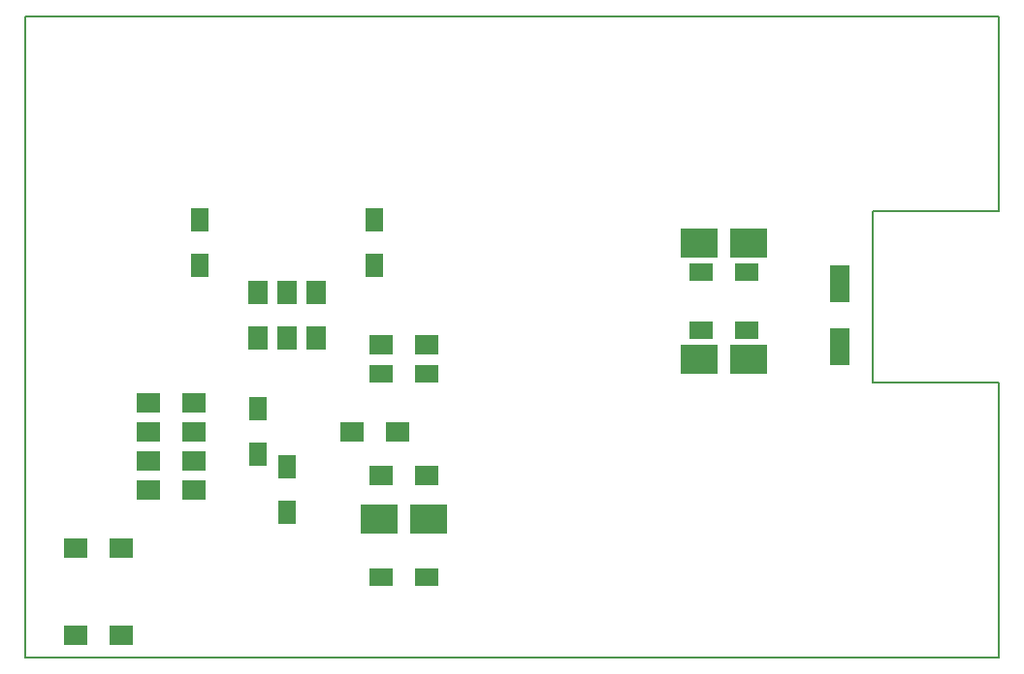
<source format=gbr>
%TF.GenerationSoftware,KiCad,Pcbnew,4.0.7*%
%TF.CreationDate,2018-04-11T15:18:22+03:00*%
%TF.ProjectId,pi_adc_rtc_etc,70695F6164635F7274635F6574632E6B,rev?*%
%TF.FileFunction,Paste,Bot*%
%FSLAX46Y46*%
G04 Gerber Fmt 4.6, Leading zero omitted, Abs format (unit mm)*
G04 Created by KiCad (PCBNEW 4.0.7) date 04/11/18 15:18:22*
%MOMM*%
%LPD*%
G01*
G04 APERTURE LIST*
%ADD10C,0.150000*%
%ADD11R,1.600000X2.000000*%
%ADD12R,3.200000X2.500000*%
%ADD13R,2.000000X1.600000*%
%ADD14R,1.700000X2.000000*%
%ADD15R,2.000000X1.700000*%
%ADD16R,1.700000X3.300000*%
G04 APERTURE END LIST*
D10*
X85000000Y39000000D02*
X85000000Y56000000D01*
X74000000Y39000000D02*
X85000000Y39000000D01*
X74000000Y24000000D02*
X74000000Y39000000D01*
X85000000Y24000000D02*
X74000000Y24000000D01*
X85000000Y0D02*
X85000000Y24000000D01*
X85000000Y56000000D02*
X0Y56000000D01*
X0Y0D02*
X85000000Y0D01*
X0Y56000000D02*
X0Y0D01*
D11*
X30490000Y34220000D03*
X30490000Y38220000D03*
D12*
X63120000Y26060000D03*
X58820000Y26060000D03*
D13*
X62970000Y28600000D03*
X58970000Y28600000D03*
D11*
X20330000Y17710000D03*
X20330000Y21710000D03*
D12*
X63120000Y36220000D03*
X58820000Y36220000D03*
D13*
X58970000Y33680000D03*
X62970000Y33680000D03*
D11*
X15250000Y34220000D03*
X15250000Y38220000D03*
D13*
X31030000Y24790000D03*
X35030000Y24790000D03*
D11*
X22870000Y16630000D03*
X22870000Y12630000D03*
D12*
X35180000Y12090000D03*
X30880000Y12090000D03*
D13*
X31030000Y7010000D03*
X35030000Y7010000D03*
D14*
X22870000Y31870000D03*
X22870000Y27870000D03*
X20330000Y31870000D03*
X20330000Y27870000D03*
X25410000Y31870000D03*
X25410000Y27870000D03*
D15*
X10710000Y22250000D03*
X14710000Y22250000D03*
X10710000Y19710000D03*
X14710000Y19710000D03*
X10710000Y17170000D03*
X14710000Y17170000D03*
X10710000Y14630000D03*
X14710000Y14630000D03*
X32490000Y19710000D03*
X28490000Y19710000D03*
X35030000Y27330000D03*
X31030000Y27330000D03*
X31030000Y15900000D03*
X35030000Y15900000D03*
X4360000Y1930000D03*
X8360000Y1930000D03*
X8360000Y9550000D03*
X4360000Y9550000D03*
D16*
X71130000Y27120000D03*
X71130000Y32620000D03*
M02*

</source>
